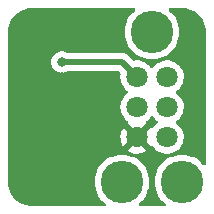
<source format=gbr>
%TF.GenerationSoftware,KiCad,Pcbnew,(6.0.5)*%
%TF.CreationDate,2022-06-03T16:10:37+02:00*%
%TF.ProjectId,sldrlss_stlink,736c6472-6c73-4735-9f73-746c696e6b2e,rev?*%
%TF.SameCoordinates,Original*%
%TF.FileFunction,Copper,L2,Bot*%
%TF.FilePolarity,Positive*%
%FSLAX46Y46*%
G04 Gerber Fmt 4.6, Leading zero omitted, Abs format (unit mm)*
G04 Created by KiCad (PCBNEW (6.0.5)) date 2022-06-03 16:10:37*
%MOMM*%
%LPD*%
G01*
G04 APERTURE LIST*
%TA.AperFunction,ComponentPad*%
%ADD10C,3.600000*%
%TD*%
%TA.AperFunction,ComponentPad*%
%ADD11C,1.800000*%
%TD*%
%TA.AperFunction,ViaPad*%
%ADD12C,0.800000*%
%TD*%
%TA.AperFunction,Conductor*%
%ADD13C,0.500000*%
%TD*%
G04 APERTURE END LIST*
D10*
%TO.P,J1,*%
%TO.N,*%
X106680000Y-57150000D03*
X111760000Y-57150000D03*
X109220000Y-44450000D03*
D11*
%TO.P,J1,1,Pin_1*%
%TO.N,VCC*%
X107950000Y-48260000D03*
%TO.P,J1,2,Pin_2*%
%TO.N,SWDIO*%
X110490000Y-48260000D03*
%TO.P,J1,3,Pin_3*%
%TO.N,NRST*%
X107950000Y-50800000D03*
%TO.P,J1,4,Pin_4*%
%TO.N,SWCLK*%
X110490000Y-50800000D03*
%TO.P,J1,5,Pin_5*%
%TO.N,GND*%
X107950000Y-53340000D03*
%TO.P,J1,6,Pin_6*%
%TO.N,SWO*%
X110490000Y-53340000D03*
%TD*%
D12*
%TO.N,VCC*%
X101600000Y-46990000D03*
%TO.N,GND*%
X97536000Y-52070000D03*
X112395000Y-45720000D03*
X101600000Y-48260000D03*
X97536000Y-49530000D03*
X97536000Y-48260000D03*
%TD*%
D13*
%TO.N,VCC*%
X106680000Y-46990000D02*
X101600000Y-46990000D01*
X107950000Y-48260000D02*
X106680000Y-46990000D01*
%TD*%
%TA.AperFunction,Conductor*%
%TO.N,GND*%
G36*
X107768631Y-42438502D02*
G01*
X107815124Y-42492158D01*
X107825228Y-42562432D01*
X107795734Y-42627012D01*
X107783590Y-42639230D01*
X107584142Y-42814142D01*
X107581433Y-42817231D01*
X107387332Y-43038559D01*
X107387328Y-43038565D01*
X107384614Y-43041659D01*
X107216491Y-43293274D01*
X107082648Y-43564680D01*
X106985376Y-43851234D01*
X106984573Y-43855273D01*
X106984571Y-43855279D01*
X106927143Y-44143991D01*
X106926339Y-44148034D01*
X106926070Y-44152145D01*
X106926069Y-44152149D01*
X106909284Y-44408236D01*
X106906547Y-44450000D01*
X106926339Y-44751966D01*
X106985376Y-45048766D01*
X107082648Y-45335320D01*
X107216491Y-45606726D01*
X107384614Y-45858341D01*
X107387328Y-45861435D01*
X107387332Y-45861441D01*
X107580320Y-46081500D01*
X107584142Y-46085858D01*
X107587231Y-46088567D01*
X107808559Y-46282668D01*
X107808565Y-46282672D01*
X107811659Y-46285386D01*
X107815085Y-46287675D01*
X107815090Y-46287679D01*
X107988205Y-46403350D01*
X108063273Y-46453509D01*
X108066972Y-46455333D01*
X108066977Y-46455336D01*
X108130531Y-46486677D01*
X108334680Y-46587352D01*
X108338585Y-46588677D01*
X108338586Y-46588678D01*
X108617327Y-46683298D01*
X108617330Y-46683299D01*
X108621234Y-46684624D01*
X108625273Y-46685427D01*
X108625279Y-46685429D01*
X108913991Y-46742857D01*
X108913994Y-46742857D01*
X108918034Y-46743661D01*
X108922145Y-46743930D01*
X108922149Y-46743931D01*
X109215881Y-46763183D01*
X109220000Y-46763453D01*
X109224119Y-46763183D01*
X109517851Y-46743931D01*
X109517855Y-46743930D01*
X109521966Y-46743661D01*
X109526006Y-46742857D01*
X109526009Y-46742857D01*
X109814721Y-46685429D01*
X109814727Y-46685427D01*
X109818766Y-46684624D01*
X109822670Y-46683299D01*
X109822673Y-46683298D01*
X110101414Y-46588678D01*
X110101415Y-46588677D01*
X110105320Y-46587352D01*
X110309469Y-46486677D01*
X110373023Y-46455336D01*
X110373028Y-46455333D01*
X110376727Y-46453509D01*
X110451795Y-46403350D01*
X110624910Y-46287679D01*
X110624915Y-46287675D01*
X110628341Y-46285386D01*
X110631435Y-46282672D01*
X110631441Y-46282668D01*
X110852769Y-46088567D01*
X110855858Y-46085858D01*
X110859680Y-46081500D01*
X111052668Y-45861441D01*
X111052672Y-45861435D01*
X111055386Y-45858341D01*
X111223509Y-45606726D01*
X111357352Y-45335320D01*
X111454624Y-45048766D01*
X111513661Y-44751966D01*
X111533453Y-44450000D01*
X111530716Y-44408236D01*
X111513931Y-44152149D01*
X111513930Y-44152145D01*
X111513661Y-44148034D01*
X111512857Y-44143991D01*
X111455429Y-43855279D01*
X111455427Y-43855273D01*
X111454624Y-43851234D01*
X111357352Y-43564680D01*
X111223509Y-43293274D01*
X111055386Y-43041659D01*
X111052672Y-43038565D01*
X111052668Y-43038559D01*
X110858567Y-42817231D01*
X110855858Y-42814142D01*
X110656412Y-42639231D01*
X110618385Y-42579278D01*
X110618807Y-42508283D01*
X110657546Y-42448786D01*
X110722301Y-42419678D01*
X110739490Y-42418500D01*
X111710633Y-42418500D01*
X111730018Y-42420000D01*
X111744851Y-42422310D01*
X111744855Y-42422310D01*
X111753724Y-42423691D01*
X111762626Y-42422527D01*
X111762629Y-42422527D01*
X111770012Y-42421561D01*
X111794591Y-42420767D01*
X111821442Y-42422527D01*
X112016922Y-42435340D01*
X112033262Y-42437491D01*
X112155477Y-42461801D01*
X112277696Y-42486112D01*
X112293606Y-42490375D01*
X112529600Y-42570484D01*
X112544826Y-42576791D01*
X112768342Y-42687016D01*
X112782616Y-42695257D01*
X112989829Y-42833713D01*
X113002905Y-42843746D01*
X113190278Y-43008068D01*
X113201932Y-43019722D01*
X113366254Y-43207095D01*
X113376287Y-43220171D01*
X113514743Y-43427384D01*
X113522984Y-43441658D01*
X113633209Y-43665174D01*
X113639515Y-43680398D01*
X113719625Y-43916394D01*
X113723889Y-43932307D01*
X113772509Y-44176738D01*
X113774660Y-44193078D01*
X113788763Y-44408236D01*
X113787733Y-44431350D01*
X113787690Y-44434854D01*
X113786309Y-44443724D01*
X113787473Y-44452626D01*
X113787473Y-44452628D01*
X113790436Y-44475283D01*
X113791500Y-44491621D01*
X113791500Y-55630510D01*
X113771498Y-55698631D01*
X113717842Y-55745124D01*
X113647568Y-55755228D01*
X113582988Y-55725734D01*
X113570768Y-55713588D01*
X113398567Y-55517231D01*
X113395858Y-55514142D01*
X113392769Y-55511433D01*
X113171441Y-55317332D01*
X113171435Y-55317328D01*
X113168341Y-55314614D01*
X113164911Y-55312322D01*
X113164910Y-55312321D01*
X112920160Y-55148785D01*
X112916727Y-55146491D01*
X112913028Y-55144667D01*
X112913023Y-55144664D01*
X112773692Y-55075954D01*
X112645320Y-55012648D01*
X112641414Y-55011322D01*
X112362673Y-54916702D01*
X112362670Y-54916701D01*
X112358766Y-54915376D01*
X112354727Y-54914573D01*
X112354721Y-54914571D01*
X112066009Y-54857143D01*
X112066006Y-54857143D01*
X112061966Y-54856339D01*
X112057855Y-54856070D01*
X112057851Y-54856069D01*
X111764119Y-54836817D01*
X111760000Y-54836547D01*
X111755881Y-54836817D01*
X111462149Y-54856069D01*
X111462145Y-54856070D01*
X111458034Y-54856339D01*
X111453994Y-54857143D01*
X111453991Y-54857143D01*
X111165279Y-54914571D01*
X111165273Y-54914573D01*
X111161234Y-54915376D01*
X111157330Y-54916701D01*
X111157327Y-54916702D01*
X110878586Y-55011322D01*
X110874680Y-55012648D01*
X110746442Y-55075888D01*
X110606978Y-55144664D01*
X110606973Y-55144667D01*
X110603274Y-55146491D01*
X110351659Y-55314614D01*
X110348565Y-55317328D01*
X110348559Y-55317332D01*
X110127231Y-55511433D01*
X110124142Y-55514142D01*
X110121433Y-55517231D01*
X109927332Y-55738559D01*
X109927328Y-55738565D01*
X109924614Y-55741659D01*
X109756491Y-55993274D01*
X109622648Y-56264680D01*
X109525376Y-56551234D01*
X109466339Y-56848034D01*
X109446547Y-57150000D01*
X109446817Y-57154119D01*
X109464458Y-57423262D01*
X109466339Y-57451966D01*
X109467143Y-57456006D01*
X109467143Y-57456009D01*
X109512417Y-57683614D01*
X109525376Y-57748766D01*
X109622648Y-58035320D01*
X109756491Y-58306726D01*
X109924614Y-58558341D01*
X109927328Y-58561435D01*
X109927332Y-58561441D01*
X110098180Y-58756254D01*
X110124142Y-58785858D01*
X110264936Y-58909331D01*
X110323588Y-58960768D01*
X110361615Y-59020722D01*
X110361193Y-59091717D01*
X110322454Y-59151214D01*
X110257699Y-59180322D01*
X110240510Y-59181500D01*
X108199490Y-59181500D01*
X108131369Y-59161498D01*
X108084876Y-59107842D01*
X108074772Y-59037568D01*
X108104266Y-58972988D01*
X108116412Y-58960768D01*
X108175065Y-58909331D01*
X108315858Y-58785858D01*
X108341820Y-58756254D01*
X108512668Y-58561441D01*
X108512672Y-58561435D01*
X108515386Y-58558341D01*
X108683509Y-58306726D01*
X108817352Y-58035320D01*
X108914624Y-57748766D01*
X108927584Y-57683614D01*
X108972857Y-57456009D01*
X108972857Y-57456006D01*
X108973661Y-57451966D01*
X108975543Y-57423262D01*
X108993183Y-57154119D01*
X108993453Y-57150000D01*
X108973661Y-56848034D01*
X108914624Y-56551234D01*
X108817352Y-56264680D01*
X108683509Y-55993274D01*
X108515386Y-55741659D01*
X108512672Y-55738565D01*
X108512668Y-55738559D01*
X108318567Y-55517231D01*
X108315858Y-55514142D01*
X108312769Y-55511433D01*
X108091441Y-55317332D01*
X108091435Y-55317328D01*
X108088341Y-55314614D01*
X108084911Y-55312322D01*
X108084910Y-55312321D01*
X107840160Y-55148785D01*
X107836727Y-55146491D01*
X107833028Y-55144667D01*
X107833023Y-55144664D01*
X107693692Y-55075954D01*
X107565320Y-55012648D01*
X107561414Y-55011322D01*
X107282673Y-54916702D01*
X107282670Y-54916701D01*
X107278766Y-54915376D01*
X107274727Y-54914573D01*
X107274721Y-54914571D01*
X106986009Y-54857143D01*
X106986006Y-54857143D01*
X106981966Y-54856339D01*
X106977855Y-54856070D01*
X106977851Y-54856069D01*
X106684119Y-54836817D01*
X106680000Y-54836547D01*
X106675881Y-54836817D01*
X106382149Y-54856069D01*
X106382145Y-54856070D01*
X106378034Y-54856339D01*
X106373994Y-54857143D01*
X106373991Y-54857143D01*
X106085279Y-54914571D01*
X106085273Y-54914573D01*
X106081234Y-54915376D01*
X106077330Y-54916701D01*
X106077327Y-54916702D01*
X105798586Y-55011322D01*
X105794680Y-55012648D01*
X105666442Y-55075888D01*
X105526978Y-55144664D01*
X105526973Y-55144667D01*
X105523274Y-55146491D01*
X105271659Y-55314614D01*
X105268565Y-55317328D01*
X105268559Y-55317332D01*
X105047231Y-55511433D01*
X105044142Y-55514142D01*
X105041433Y-55517231D01*
X104847332Y-55738559D01*
X104847328Y-55738565D01*
X104844614Y-55741659D01*
X104676491Y-55993274D01*
X104542648Y-56264680D01*
X104445376Y-56551234D01*
X104386339Y-56848034D01*
X104366547Y-57150000D01*
X104366817Y-57154119D01*
X104384458Y-57423262D01*
X104386339Y-57451966D01*
X104387143Y-57456006D01*
X104387143Y-57456009D01*
X104432417Y-57683614D01*
X104445376Y-57748766D01*
X104542648Y-58035320D01*
X104676491Y-58306726D01*
X104844614Y-58558341D01*
X104847328Y-58561435D01*
X104847332Y-58561441D01*
X105018180Y-58756254D01*
X105044142Y-58785858D01*
X105184936Y-58909331D01*
X105243588Y-58960768D01*
X105281615Y-59020722D01*
X105281193Y-59091717D01*
X105242454Y-59151214D01*
X105177699Y-59180322D01*
X105160510Y-59181500D01*
X99109367Y-59181500D01*
X99089982Y-59180000D01*
X99075149Y-59177690D01*
X99075145Y-59177690D01*
X99066276Y-59176309D01*
X99057374Y-59177473D01*
X99057371Y-59177473D01*
X99049988Y-59178439D01*
X99025409Y-59179233D01*
X98980799Y-59176309D01*
X98803078Y-59164660D01*
X98786738Y-59162509D01*
X98664523Y-59138199D01*
X98542304Y-59113888D01*
X98526394Y-59109625D01*
X98290398Y-59029515D01*
X98275174Y-59023209D01*
X98051658Y-58912984D01*
X98037384Y-58904743D01*
X97830171Y-58766287D01*
X97817095Y-58756254D01*
X97629722Y-58591932D01*
X97618068Y-58580278D01*
X97453746Y-58392905D01*
X97443713Y-58379829D01*
X97305257Y-58172616D01*
X97297016Y-58158342D01*
X97186791Y-57934826D01*
X97180484Y-57919600D01*
X97123820Y-57752673D01*
X97100375Y-57683606D01*
X97096111Y-57667693D01*
X97047491Y-57423262D01*
X97045340Y-57406922D01*
X97031476Y-57195407D01*
X97032650Y-57172232D01*
X97032334Y-57172204D01*
X97032770Y-57167344D01*
X97033576Y-57162552D01*
X97033729Y-57150000D01*
X97029773Y-57122376D01*
X97028500Y-57104514D01*
X97028500Y-54501406D01*
X107153423Y-54501406D01*
X107158704Y-54508461D01*
X107335080Y-54611527D01*
X107344363Y-54615974D01*
X107551003Y-54694883D01*
X107560901Y-54697759D01*
X107777653Y-54741857D01*
X107787883Y-54743076D01*
X108008914Y-54751182D01*
X108019223Y-54750714D01*
X108238623Y-54722608D01*
X108248688Y-54720468D01*
X108460557Y-54656905D01*
X108470152Y-54653144D01*
X108668778Y-54555838D01*
X108677636Y-54550559D01*
X108735097Y-54509572D01*
X108743497Y-54498874D01*
X108736510Y-54485721D01*
X107962811Y-53712021D01*
X107948868Y-53704408D01*
X107947034Y-53704539D01*
X107940420Y-53708790D01*
X107160180Y-54489031D01*
X107153423Y-54501406D01*
X97028500Y-54501406D01*
X97028500Y-53310638D01*
X106537893Y-53310638D01*
X106550627Y-53531468D01*
X106552061Y-53541670D01*
X106600685Y-53757439D01*
X106603773Y-53767292D01*
X106686986Y-53972220D01*
X106691634Y-53981421D01*
X106780097Y-54125781D01*
X106790553Y-54135242D01*
X106799331Y-54131458D01*
X107577979Y-53352811D01*
X107585592Y-53338868D01*
X107585461Y-53337034D01*
X107581210Y-53330420D01*
X106803862Y-52553073D01*
X106792330Y-52546776D01*
X106780048Y-52556399D01*
X106724467Y-52637877D01*
X106719379Y-52646833D01*
X106626252Y-52847459D01*
X106622689Y-52857146D01*
X106563581Y-53070280D01*
X106561650Y-53080400D01*
X106538145Y-53300349D01*
X106537893Y-53310638D01*
X97028500Y-53310638D01*
X97028500Y-46990000D01*
X100686496Y-46990000D01*
X100706458Y-47179928D01*
X100765473Y-47361556D01*
X100768776Y-47367278D01*
X100768777Y-47367279D01*
X100788826Y-47402004D01*
X100860960Y-47526944D01*
X100865378Y-47531851D01*
X100865379Y-47531852D01*
X100923920Y-47596868D01*
X100988747Y-47668866D01*
X101087843Y-47740864D01*
X101137904Y-47777235D01*
X101143248Y-47781118D01*
X101149276Y-47783802D01*
X101149278Y-47783803D01*
X101195839Y-47804533D01*
X101317712Y-47858794D01*
X101411112Y-47878647D01*
X101498056Y-47897128D01*
X101498061Y-47897128D01*
X101504513Y-47898500D01*
X101695487Y-47898500D01*
X101701939Y-47897128D01*
X101701944Y-47897128D01*
X101788888Y-47878647D01*
X101882288Y-47858794D01*
X102004161Y-47804533D01*
X102050722Y-47783803D01*
X102050724Y-47783802D01*
X102056752Y-47781118D01*
X102062091Y-47777239D01*
X102062098Y-47777235D01*
X102068528Y-47772563D01*
X102142587Y-47748500D01*
X106313629Y-47748500D01*
X106381750Y-47768502D01*
X106402724Y-47785405D01*
X106524017Y-47906698D01*
X106558043Y-47969010D01*
X106560209Y-48009182D01*
X106557523Y-48034318D01*
X106537095Y-48225469D01*
X106537392Y-48230622D01*
X106537392Y-48230625D01*
X106543067Y-48329041D01*
X106550427Y-48456697D01*
X106551564Y-48461743D01*
X106551565Y-48461749D01*
X106583741Y-48604523D01*
X106601346Y-48682642D01*
X106603288Y-48687424D01*
X106603289Y-48687428D01*
X106678467Y-48872568D01*
X106688484Y-48897237D01*
X106809501Y-49094719D01*
X106961147Y-49269784D01*
X107139349Y-49417730D01*
X107143819Y-49420342D01*
X107147511Y-49422500D01*
X107196232Y-49474140D01*
X107209301Y-49543924D01*
X107182566Y-49609694D01*
X107159589Y-49632045D01*
X107011655Y-49743117D01*
X106851639Y-49910564D01*
X106848730Y-49914829D01*
X106848724Y-49914837D01*
X106833152Y-49937665D01*
X106721119Y-50101899D01*
X106623602Y-50311981D01*
X106561707Y-50535169D01*
X106537095Y-50765469D01*
X106537392Y-50770622D01*
X106537392Y-50770625D01*
X106543067Y-50869041D01*
X106550427Y-50996697D01*
X106551564Y-51001743D01*
X106551565Y-51001749D01*
X106583741Y-51144523D01*
X106601346Y-51222642D01*
X106603288Y-51227424D01*
X106603289Y-51227428D01*
X106678467Y-51412568D01*
X106688484Y-51437237D01*
X106809501Y-51634719D01*
X106961147Y-51809784D01*
X107139349Y-51957730D01*
X107143814Y-51960339D01*
X107147979Y-51962773D01*
X107196700Y-52014414D01*
X107209767Y-52084198D01*
X107183033Y-52149968D01*
X107166323Y-52166221D01*
X107155508Y-52180711D01*
X107162251Y-52193040D01*
X107937189Y-52967979D01*
X107951132Y-52975592D01*
X107952966Y-52975461D01*
X107959580Y-52971210D01*
X108738994Y-52191795D01*
X108746011Y-52178944D01*
X108738237Y-52168275D01*
X108736655Y-52167025D01*
X108695592Y-52109109D01*
X108692359Y-52038186D01*
X108727983Y-51976774D01*
X108741578Y-51965563D01*
X108757193Y-51954425D01*
X108862243Y-51879494D01*
X109026303Y-51716005D01*
X109029319Y-51711808D01*
X109029326Y-51711800D01*
X109116960Y-51589844D01*
X109172954Y-51546196D01*
X109243658Y-51539750D01*
X109306622Y-51572553D01*
X109326715Y-51597536D01*
X109346800Y-51630313D01*
X109346804Y-51630318D01*
X109349501Y-51634719D01*
X109501147Y-51809784D01*
X109679349Y-51957730D01*
X109683819Y-51960342D01*
X109687511Y-51962500D01*
X109736232Y-52014140D01*
X109749301Y-52083924D01*
X109722566Y-52149694D01*
X109699589Y-52172045D01*
X109551655Y-52283117D01*
X109391639Y-52450564D01*
X109388728Y-52454832D01*
X109324002Y-52549716D01*
X109269090Y-52594718D01*
X109198565Y-52602889D01*
X109134819Y-52571634D01*
X109124979Y-52559994D01*
X109108538Y-52545835D01*
X109098973Y-52550238D01*
X108322021Y-53327189D01*
X108314408Y-53341132D01*
X108314539Y-53342966D01*
X108318790Y-53349580D01*
X109096307Y-54127096D01*
X109108313Y-54133652D01*
X109134948Y-54113304D01*
X109135827Y-54114454D01*
X109172672Y-54085734D01*
X109243376Y-54079289D01*
X109306340Y-54112092D01*
X109326432Y-54137074D01*
X109346800Y-54170313D01*
X109346806Y-54170321D01*
X109349501Y-54174719D01*
X109501147Y-54349784D01*
X109679349Y-54497730D01*
X109879322Y-54614584D01*
X110095694Y-54697209D01*
X110100760Y-54698240D01*
X110100761Y-54698240D01*
X110153846Y-54709040D01*
X110322656Y-54743385D01*
X110453324Y-54748176D01*
X110548949Y-54751683D01*
X110548953Y-54751683D01*
X110554113Y-54751872D01*
X110559233Y-54751216D01*
X110559235Y-54751216D01*
X110632291Y-54741857D01*
X110783847Y-54722442D01*
X110788795Y-54720957D01*
X110788802Y-54720956D01*
X111000747Y-54657369D01*
X111005690Y-54655886D01*
X111087161Y-54615974D01*
X111209049Y-54556262D01*
X111209052Y-54556260D01*
X111213684Y-54553991D01*
X111402243Y-54419494D01*
X111566303Y-54256005D01*
X111701458Y-54067917D01*
X111804078Y-53860280D01*
X111871408Y-53638671D01*
X111901640Y-53409041D01*
X111903327Y-53340000D01*
X111897032Y-53263434D01*
X111884773Y-53114318D01*
X111884772Y-53114312D01*
X111884349Y-53109167D01*
X111850797Y-52975592D01*
X111829184Y-52889544D01*
X111829183Y-52889540D01*
X111827925Y-52884533D01*
X111735570Y-52672131D01*
X111609764Y-52477665D01*
X111453887Y-52306358D01*
X111449836Y-52303159D01*
X111449832Y-52303155D01*
X111277077Y-52166722D01*
X111236014Y-52108805D01*
X111232782Y-52037882D01*
X111268407Y-51976470D01*
X111282001Y-51965261D01*
X111285872Y-51962500D01*
X111402243Y-51879494D01*
X111566303Y-51716005D01*
X111701458Y-51527917D01*
X111748641Y-51432450D01*
X111801784Y-51324922D01*
X111801785Y-51324920D01*
X111804078Y-51320280D01*
X111871408Y-51098671D01*
X111901640Y-50869041D01*
X111903327Y-50800000D01*
X111897032Y-50723434D01*
X111884773Y-50574318D01*
X111884772Y-50574312D01*
X111884349Y-50569167D01*
X111827925Y-50344533D01*
X111825866Y-50339797D01*
X111737630Y-50136868D01*
X111737628Y-50136865D01*
X111735570Y-50132131D01*
X111609764Y-49937665D01*
X111453887Y-49766358D01*
X111449836Y-49763159D01*
X111449832Y-49763155D01*
X111277077Y-49626722D01*
X111236014Y-49568805D01*
X111232782Y-49497882D01*
X111268407Y-49436470D01*
X111282001Y-49425261D01*
X111285872Y-49422500D01*
X111402243Y-49339494D01*
X111566303Y-49176005D01*
X111701458Y-48987917D01*
X111748641Y-48892450D01*
X111801784Y-48784922D01*
X111801785Y-48784920D01*
X111804078Y-48780280D01*
X111871408Y-48558671D01*
X111901640Y-48329041D01*
X111903327Y-48260000D01*
X111897032Y-48183434D01*
X111884773Y-48034318D01*
X111884772Y-48034312D01*
X111884349Y-48029167D01*
X111841899Y-47860166D01*
X111829184Y-47809544D01*
X111829183Y-47809540D01*
X111827925Y-47804533D01*
X111819608Y-47785405D01*
X111737630Y-47596868D01*
X111737628Y-47596865D01*
X111735570Y-47592131D01*
X111609764Y-47397665D01*
X111576908Y-47361556D01*
X111560134Y-47343122D01*
X111453887Y-47226358D01*
X111449836Y-47223159D01*
X111449832Y-47223155D01*
X111276177Y-47086011D01*
X111276172Y-47086008D01*
X111272123Y-47082810D01*
X111267607Y-47080317D01*
X111267604Y-47080315D01*
X111073879Y-46973373D01*
X111073875Y-46973371D01*
X111069355Y-46970876D01*
X111064486Y-46969152D01*
X111064482Y-46969150D01*
X110855903Y-46895288D01*
X110855899Y-46895287D01*
X110851028Y-46893562D01*
X110845935Y-46892655D01*
X110845932Y-46892654D01*
X110628095Y-46853851D01*
X110628089Y-46853850D01*
X110623006Y-46852945D01*
X110550096Y-46852054D01*
X110396581Y-46850179D01*
X110396579Y-46850179D01*
X110391411Y-46850116D01*
X110162464Y-46885150D01*
X109942314Y-46957106D01*
X109937726Y-46959494D01*
X109937722Y-46959496D01*
X109741461Y-47061663D01*
X109736872Y-47064052D01*
X109732739Y-47067155D01*
X109732736Y-47067157D01*
X109574178Y-47186206D01*
X109551655Y-47203117D01*
X109391639Y-47370564D01*
X109324306Y-47469271D01*
X109269397Y-47514271D01*
X109198872Y-47522442D01*
X109135125Y-47491188D01*
X109114428Y-47466705D01*
X109072571Y-47402004D01*
X109069764Y-47397665D01*
X109036908Y-47361556D01*
X109020134Y-47343122D01*
X108913887Y-47226358D01*
X108909836Y-47223159D01*
X108909832Y-47223155D01*
X108736177Y-47086011D01*
X108736172Y-47086008D01*
X108732123Y-47082810D01*
X108727607Y-47080317D01*
X108727604Y-47080315D01*
X108533879Y-46973373D01*
X108533875Y-46973371D01*
X108529355Y-46970876D01*
X108524486Y-46969152D01*
X108524482Y-46969150D01*
X108315903Y-46895288D01*
X108315899Y-46895287D01*
X108311028Y-46893562D01*
X108305935Y-46892655D01*
X108305932Y-46892654D01*
X108088095Y-46853851D01*
X108088089Y-46853850D01*
X108083006Y-46852945D01*
X108010096Y-46852054D01*
X107856581Y-46850179D01*
X107856579Y-46850179D01*
X107851411Y-46850116D01*
X107707515Y-46872135D01*
X107637152Y-46862667D01*
X107599361Y-46836680D01*
X107263770Y-46501089D01*
X107251384Y-46486677D01*
X107242851Y-46475082D01*
X107242846Y-46475077D01*
X107238508Y-46469182D01*
X107232930Y-46464443D01*
X107232927Y-46464440D01*
X107198232Y-46434965D01*
X107190716Y-46428035D01*
X107185021Y-46422340D01*
X107178880Y-46417482D01*
X107162749Y-46404719D01*
X107159345Y-46401928D01*
X107109297Y-46359409D01*
X107109295Y-46359408D01*
X107103715Y-46354667D01*
X107097199Y-46351339D01*
X107092150Y-46347972D01*
X107087021Y-46344805D01*
X107081284Y-46340266D01*
X107015125Y-46309345D01*
X107011225Y-46307439D01*
X107010857Y-46307251D01*
X106946192Y-46274231D01*
X106939084Y-46272492D01*
X106933441Y-46270393D01*
X106927678Y-46268476D01*
X106921050Y-46265378D01*
X106849583Y-46250513D01*
X106845299Y-46249543D01*
X106774390Y-46232192D01*
X106768788Y-46231844D01*
X106768785Y-46231844D01*
X106763236Y-46231500D01*
X106763238Y-46231464D01*
X106759245Y-46231225D01*
X106755053Y-46230851D01*
X106747885Y-46229360D01*
X106681675Y-46231151D01*
X106670479Y-46231454D01*
X106667072Y-46231500D01*
X102142587Y-46231500D01*
X102068528Y-46207437D01*
X102062098Y-46202765D01*
X102062091Y-46202761D01*
X102056752Y-46198882D01*
X102050724Y-46196198D01*
X102050722Y-46196197D01*
X101888319Y-46123891D01*
X101888318Y-46123891D01*
X101882288Y-46121206D01*
X101788887Y-46101353D01*
X101701944Y-46082872D01*
X101701939Y-46082872D01*
X101695487Y-46081500D01*
X101504513Y-46081500D01*
X101498061Y-46082872D01*
X101498056Y-46082872D01*
X101411112Y-46101353D01*
X101317712Y-46121206D01*
X101311682Y-46123891D01*
X101311681Y-46123891D01*
X101149278Y-46196197D01*
X101149276Y-46196198D01*
X101143248Y-46198882D01*
X101137907Y-46202762D01*
X101137906Y-46202763D01*
X101131473Y-46207437D01*
X100988747Y-46311134D01*
X100984326Y-46316044D01*
X100984325Y-46316045D01*
X100880229Y-46431656D01*
X100860960Y-46453056D01*
X100765473Y-46618444D01*
X100706458Y-46800072D01*
X100705768Y-46806633D01*
X100705768Y-46806635D01*
X100690122Y-46955499D01*
X100686496Y-46990000D01*
X97028500Y-46990000D01*
X97028500Y-44503250D01*
X97030246Y-44482345D01*
X97032770Y-44467344D01*
X97032770Y-44467341D01*
X97033576Y-44462552D01*
X97033729Y-44450000D01*
X97032003Y-44437947D01*
X97031001Y-44411845D01*
X97045340Y-44193078D01*
X97047491Y-44176738D01*
X97096111Y-43932307D01*
X97100375Y-43916394D01*
X97180485Y-43680398D01*
X97186791Y-43665174D01*
X97297016Y-43441658D01*
X97305257Y-43427384D01*
X97443713Y-43220171D01*
X97453746Y-43207095D01*
X97618068Y-43019722D01*
X97629722Y-43008068D01*
X97817095Y-42843746D01*
X97830171Y-42833713D01*
X98037384Y-42695257D01*
X98051658Y-42687016D01*
X98275174Y-42576791D01*
X98290400Y-42570484D01*
X98526394Y-42490375D01*
X98542304Y-42486112D01*
X98664522Y-42461801D01*
X98786738Y-42437491D01*
X98803078Y-42435340D01*
X98951866Y-42425587D01*
X99018237Y-42421237D01*
X99041350Y-42422267D01*
X99044854Y-42422310D01*
X99053724Y-42423691D01*
X99062626Y-42422527D01*
X99062628Y-42422527D01*
X99079449Y-42420327D01*
X99085286Y-42419564D01*
X99101621Y-42418500D01*
X107700510Y-42418500D01*
X107768631Y-42438502D01*
G37*
%TD.AperFunction*%
%TD*%
M02*

</source>
